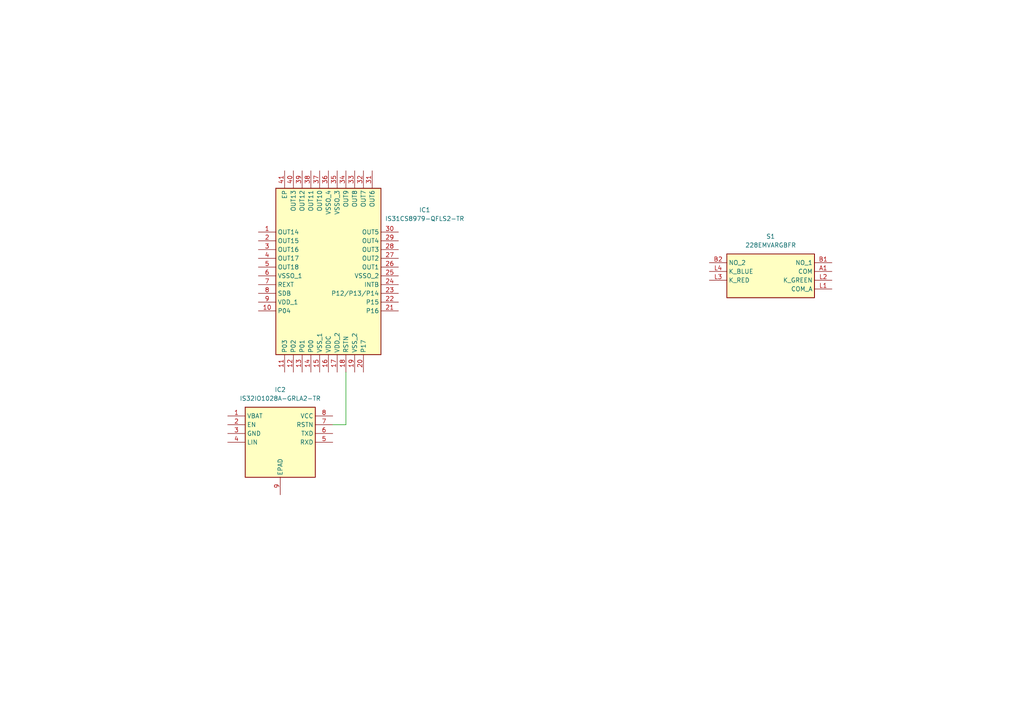
<source format=kicad_sch>
(kicad_sch (version 20250114) (generator "eeschema") (generator_version "9.0")
  (paper "A4")
  (lib_symbols
    (symbol "SamacSys_Parts:228EMVARGBFR"
      (property "Reference" "S" (at 31.75 7.62 0))
      (property "Value" "228EMVARGBFR" (at 31.75 5.08 0))
      (symbol "228EMVARGBFR_1_1"
        (rectangle (start 5.08 2.54) (end 30.48 -10.16) (stroke (width 0.254)) (fill (type background)))
        (pin passive line (at 0 0 0) (length 5.08) (name "NO_2") (number "B2"))
        (pin passive line (at 0 -2.54 0) (length 5.08) (name "K_BLUE") (number "L4"))
        (pin passive line (at 0 -5.08 0) (length 5.08) (name "K_RED") (number "L3"))
        (pin passive line (at 35.56 0 180) (length 5.08) (name "NO_1") (number "B1"))
        (pin passive line (at 35.56 -2.54 180) (length 5.08) (name "COM") (number "A1"))
        (pin passive line (at 35.56 -5.08 180) (length 5.08) (name "K_GREEN") (number "L2"))
        (pin passive line (at 35.56 -7.62 180) (length 5.08) (name "COM_A") (number "L1"))
      )
    )
    (symbol "SamacSys_Parts:IS31CS8979-QFLS2-TR"
      (property "Reference" "IC" (at 36.83 17.78 0))
      (property "Value" "IS31CS8979-QFLS2-TR" (at 36.83 15.24 0))
      (symbol "IS31CS8979-QFLS2-TR_1_1"
        (rectangle (start 5.08 12.7) (end 35.56 -35.56) (stroke (width 0.254)) (fill (type background)))
        (pin passive line (at 0 0 0) (length 5.08) (name "OUT14") (number "1"))
        (pin passive line (at 0 -2.54 0) (length 5.08) (name "OUT15") (number "2"))
        (pin passive line (at 0 -5.08 0) (length 5.08) (name "OUT16") (number "3"))
        (pin passive line (at 0 -7.62 0) (length 5.08) (name "OUT17") (number "4"))
        (pin passive line (at 0 -10.16 0) (length 5.08) (name "OUT18") (number "5"))
        (pin passive line (at 0 -12.7 0) (length 5.08) (name "VSSO_1") (number "6"))
        (pin passive line (at 0 -15.24 0) (length 5.08) (name "REXT") (number "7"))
        (pin passive line (at 0 -17.78 0) (length 5.08) (name "SDB") (number "8"))
        (pin passive line (at 0 -20.32 0) (length 5.08) (name "VDD_1") (number "9"))
        (pin passive line (at 0 -22.86 0) (length 5.08) (name "P04") (number "10"))
        (pin passive line (at 7.62 17.78 270) (length 5.08) (name "EP") (number "41"))
        (pin passive line (at 7.62 -40.64 90) (length 5.08) (name "P03") (number "11"))
        (pin passive line (at 10.16 17.78 270) (length 5.08) (name "OUT13") (number "40"))
        (pin passive line (at 10.16 -40.64 90) (length 5.08) (name "P02") (number "12"))
        (pin passive line (at 12.7 17.78 270) (length 5.08) (name "OUT12") (number "39"))
        (pin passive line (at 12.7 -40.64 90) (length 5.08) (name "P01") (number "13"))
        (pin passive line (at 15.24 17.78 270) (length 5.08) (name "OUT11") (number "38"))
        (pin passive line (at 15.24 -40.64 90) (length 5.08) (name "P00") (number "14"))
        (pin passive line (at 17.78 17.78 270) (length 5.08) (name "OUT10") (number "37"))
        (pin passive line (at 17.78 -40.64 90) (length 5.08) (name "VSS_1") (number "15"))
        (pin passive line (at 20.32 17.78 270) (length 5.08) (name "VSSO_4") (number "36"))
        (pin passive line (at 20.32 -40.64 90) (length 5.08) (name "VDDC") (number "16"))
        (pin passive line (at 22.86 17.78 270) (length 5.08) (name "VSSO_3") (number "35"))
        (pin passive line (at 22.86 -40.64 90) (length 5.08) (name "VDD_2") (number "17"))
        (pin passive line (at 25.4 17.78 270) (length 5.08) (name "OUT9") (number "34"))
        (pin passive line (at 25.4 -40.64 90) (length 5.08) (name "RSTN") (number "18"))
        (pin passive line (at 27.94 17.78 270) (length 5.08) (name "OUT8") (number "33"))
        (pin passive line (at 27.94 -40.64 90) (length 5.08) (name "VSS_2") (number "19"))
        (pin passive line (at 30.48 17.78 270) (length 5.08) (name "OUT7") (number "32"))
        (pin passive line (at 30.48 -40.64 90) (length 5.08) (name "P17") (number "20"))
        (pin passive line (at 33.02 17.78 270) (length 5.08) (name "OUT6") (number "31"))
        (pin passive line (at 40.64 0 180) (length 5.08) (name "OUT5") (number "30"))
        (pin passive line (at 40.64 -2.54 180) (length 5.08) (name "OUT4") (number "29"))
        (pin passive line (at 40.64 -5.08 180) (length 5.08) (name "OUT3") (number "28"))
        (pin passive line (at 40.64 -7.62 180) (length 5.08) (name "OUT2") (number "27"))
        (pin passive line (at 40.64 -10.16 180) (length 5.08) (name "OUT1") (number "26"))
        (pin passive line (at 40.64 -12.7 180) (length 5.08) (name "VSSO_2") (number "25"))
        (pin passive line (at 40.64 -15.24 180) (length 5.08) (name "INTB") (number "24"))
        (pin passive line (at 40.64 -17.78 180) (length 5.08) (name "P12/P13/P14") (number "23"))
        (pin passive line (at 40.64 -20.32 180) (length 5.08) (name "P15") (number "22"))
        (pin passive line (at 40.64 -22.86 180) (length 5.08) (name "P16") (number "21"))
      )
    )
    (symbol "SamacSys_Parts:IS32IO1028A-GRLA2-TR"
      (property "Reference" "IC" (at 26.67 7.62 0))
      (property "Value" "IS32IO1028A-GRLA2-TR" (at 26.67 5.08 0))
      (symbol "IS32IO1028A-GRLA2-TR_1_1"
        (rectangle (start 5.08 2.54) (end 25.4 -17.78) (stroke (width 0.254)) (fill (type background)))
        (pin passive line (at 0 0 0) (length 5.08) (name "VBAT") (number "1"))
        (pin passive line (at 0 -2.54 0) (length 5.08) (name "EN") (number "2"))
        (pin passive line (at 0 -5.08 0) (length 5.08) (name "GND") (number "3"))
        (pin passive line (at 0 -7.62 0) (length 5.08) (name "LIN") (number "4"))
        (pin passive line (at 15.24 -22.86 90) (length 5.08) (name "EPAD") (number "9"))
        (pin passive line (at 30.48 0 180) (length 5.08) (name "VCC") (number "8"))
        (pin passive line (at 30.48 -2.54 180) (length 5.08) (name "RSTN") (number "7"))
        (pin passive line (at 30.48 -5.08 180) (length 5.08) (name "TXD") (number "6"))
        (pin passive line (at 30.48 -7.62 180) (length 5.08) (name "RXD") (number "5"))
      )
    )
  )
  (wire (pts (xy 100.33 123.19) (xy 96.52 123.19)))
  (wire (pts (xy 100.33 107.95) (xy 100.33 123.19)))
  (symbol (lib_id "SamacSys_Parts:IS32IO1028A-GRLA2-TR") (at 66.04 120.65 0) (unit 1)
    (property "Reference" "IC2" (at 81.28 113.03 0))
    (property "Value" "IS32IO1028A-GRLA2-TR" (at 81.28 115.57 0))
    (property "Footprint" "SOIC127P600X170-9N" (effects (hide yes)))
    (property "Datasheet" "https://www.lumissil.com/assets/pdf/core/IS32IO1028_DS.pdf" (effects (hide yes)))
    (property "Description" "SOP-8, 4.9mmx3.9mm" (effects (hide yes)))
    (property "Height" "1.7" (effects (hide yes)))
    (property "Manufacturer_Name" "Lumissil Microsystems" (effects (hide yes)))
    (property "Manufacturer_Part_Number" "IS32IO1028A-GRLA2-TR" (effects (hide yes)))
    (property "Mouser Part Number" "870-2IO1028A-GRLA2TR" (effects (hide yes)))
    (property "Mouser Price/Stock" "https://www.mouser.co.uk/ProductDetail/Lumissil/IS32IO1028A-GRLA2-TR?qs=HoCaDK9Nz5efVuPbStEqtg%3D%3D" (effects (hide yes)))
  )
  (symbol (lib_id "SamacSys_Parts:228EMVARGBFR") (at 205.74 76.2 0) (unit 1)
    (property "Reference" "S1" (at 223.52 68.58 0))
    (property "Value" "228EMVARGBFR" (at 223.52 71.12 0))
    (property "Footprint" "228EMVARGBFR" (effects (hide yes)))
    (property "Datasheet" "https://www.ctscorp.com/Files/DataSheets/Switches/Tactile-Switches/CTS-Switches-Tactile-228E-Series-Datasheet.pdf" (effects (hide yes)))
    (property "Description" "Tactile Switches LED tact sw, gullwing, vertical, red,green&blue flat led" (effects (hide yes)))
    (property "Height" "5.7" (effects (hide yes)))
    (property "Manufacturer_Name" "CTS" (effects (hide yes)))
    (property "Manufacturer_Part_Number" "228EMVARGBFR" (effects (hide yes)))
    (property "Mouser Part Number" "774-228EMVARGBFR" (effects (hide yes)))
    (property "Mouser Price/Stock" "https://www.mouser.co.uk/ProductDetail/CTS-Electronic-Components/228EMVARGBFR?qs=BJlw7L4Cy7%2FeuEuJlsaHQw%3D%3D" (effects (hide yes)))
  )
  (symbol (lib_id "SamacSys_Parts:IS31CS8979-QFLS2-TR") (at 74.93 67.31 0) (unit 1)
    (property "Reference" "IC1" (at 123.19 60.8898 0))
    (property "Value" "IS31CS8979-QFLS2-TR" (at 123.19 63.4298 0))
    (property "Footprint" "QFN50P600X600X80-41N-D" (effects (hide yes)))
    (property "Datasheet" "https://www.lumissil.com/assets/pdf/core/IS31CS8979_DS.pdf" (effects (hide yes)))
    (property "Description" "18-CHANNEL INTELLIGENT LED DRIVERS WITH BUILT-IN MCU, QFN-40, 6.0mmx6.0mm" (effects (hide yes)))
    (property "Height" "0.8" (effects (hide yes)))
    (property "Manufacturer_Name" "Lumissil Microsystems" (effects (hide yes)))
    (property "Manufacturer_Part_Number" "IS31CS8979-QFLS2-TR" (effects (hide yes)))
  )
)
</source>
